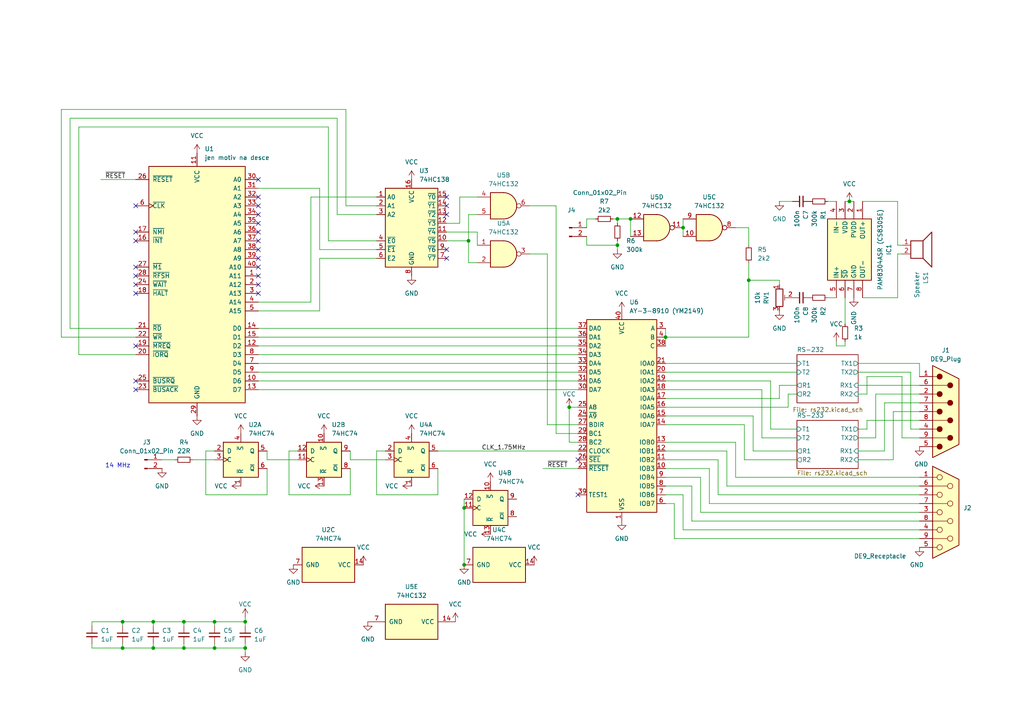
<source format=kicad_sch>
(kicad_sch (version 20230121) (generator eeschema)
  (paper "A4")
  (title_block (title "AYMBEDDED") (date "2024-01-04") (rev "001") (company "Jakub Ladman"))
  (lib_symbols
    (symbol "74xx:74HC00" (pin_names (offset 1.016))
      (property "Reference" "U" (at 0 1.27 0))
      (property "Value" "74HC00" (at 0 -1.27 0))
      (symbol "74HC00_1_1"
        (arc (start 0 -3.81) (mid 3.7934 0) (end 0 3.81) (stroke (width 0.254)) (fill (type background)))
        (polyline (pts (xy 0 3.81) (xy -3.81 3.81) (xy -3.81 -3.81) (xy 0 -3.81)) (stroke (width 0.254)) (fill (type background)))
        (pin input line (at -7.62 2.54 0) (length 3.81) (name "~") (number "1"))
        (pin input line (at -7.62 -2.54 0) (length 3.81) (name "~") (number "2"))
        (pin output inverted (at 7.62 0 180) (length 3.81) (name "~") (number "3"))
      )
      (symbol "74HC00_1_2"
        (arc (start -3.81 -3.81) (mid -2.589 0) (end -3.81 3.81) (stroke (width 0.254)))
        (arc (start -0.6096 -3.81) (mid 2.1842 -2.5851) (end 3.81 0) (stroke (width 0.254)) (fill (type background)))
        (polyline (pts (xy -3.81 -3.81) (xy -0.635 -3.81)) (stroke (width 0.254)) (fill (type background)))
        (polyline (pts (xy -3.81 3.81) (xy -0.635 3.81)) (stroke (width 0.254)) (fill (type background)))
        (polyline (pts (xy -0.635 3.81) (xy -3.81 3.81) (xy -3.81 3.81) (xy -3.556 3.4036) (xy -3.0226 2.2606) (xy -2.6924 1.0414) (xy -2.6162 -0.254) (xy -2.7686 -1.4986) (xy -3.175 -2.7178) (xy -3.81 -3.81) (xy -3.81 -3.81) (xy -0.635 -3.81)) (stroke (width -25.4)) (fill (type background)))
        (arc (start 3.81 0) (mid 2.1915 2.5936) (end -0.6096 3.81) (stroke (width 0.254)) (fill (type background)))
        (pin input inverted (at -7.62 2.54 0) (length 4.318) (name "~") (number "1"))
        (pin input inverted (at -7.62 -2.54 0) (length 4.318) (name "~") (number "2"))
        (pin output line (at 7.62 0 180) (length 3.81) (name "~") (number "3"))
      )
      (symbol "74HC00_2_1"
        (arc (start 0 -3.81) (mid 3.7934 0) (end 0 3.81) (stroke (width 0.254)) (fill (type background)))
        (polyline (pts (xy 0 3.81) (xy -3.81 3.81) (xy -3.81 -3.81) (xy 0 -3.81)) (stroke (width 0.254)) (fill (type background)))
        (pin input line (at -7.62 2.54 0) (length 3.81) (name "~") (number "4"))
        (pin input line (at -7.62 -2.54 0) (length 3.81) (name "~") (number "5"))
        (pin output inverted (at 7.62 0 180) (length 3.81) (name "~") (number "6"))
      )
      (symbol "74HC00_2_2"
        (arc (start -3.81 -3.81) (mid -2.589 0) (end -3.81 3.81) (stroke (width 0.254)))
        (arc (start -0.6096 -3.81) (mid 2.1842 -2.5851) (end 3.81 0) (stroke (width 0.254)) (fill (type background)))
        (polyline (pts (xy -3.81 -3.81) (xy -0.635 -3.81)) (stroke (width 0.254)) (fill (type background)))
        (polyline (pts (xy -3.81 3.81) (xy -0.635 3.81)) (stroke (width 0.254)) (fill (type background)))
        (polyline (pts (xy -0.635 3.81) (xy -3.81 3.81) (xy -3.81 3.81) (xy -3.556 3.4036) (xy -3.0226 2.2606) (xy -2.6924 1.0414) (xy -2.6162 -0.254) (xy -2.7686 -1.4986) (xy -3.175 -2.7178) (xy -3.81 -3.81) (xy -3.81 -3.81) (xy -0.635 -3.81)) (stroke (width -25.4)) (fill (type background)))
        (arc (start 3.81 0) (mid 2.1915 2.5936) (end -0.6096 3.81) (stroke (width 0.254)) (fill (type background)))
        (pin input inverted (at -7.62 2.54 0) (length 4.318) (name "~") (number "4"))
        (pin input inverted (at -7.62 -2.54 0) (length 4.318) (name "~") (number "5"))
        (pin output line (at 7.62 0 180) (length 3.81) (name "~") (number "6"))
      )
      (symbol "74HC00_3_1"
        (arc (start 0 -3.81) (mid 3.7934 0) (end 0 3.81) (stroke (width 0.254)) (fill (type background)))
        (polyline (pts (xy 0 3.81) (xy -3.81 3.81) (xy -3.81 -3.81) (xy 0 -3.81)) (stroke (width 0.254)) (fill (type background)))
        (pin input line (at -7.62 -2.54 0) (length 3.81) (name "~") (number "10"))
        (pin output inverted (at 7.62 0 180) (length 3.81) (name "~") (number "8"))
        (pin input line (at -7.62 2.54 0) (length 3.81) (name "~") (number "9"))
      )
      (symbol "74HC00_3_2"
        (arc (start -3.81 -3.81) (mid -2.589 0) (end -3.81 3.81) (stroke (width 0.254)))
        (arc (start -0.6096 -3.81) (mid 2.1842 -2.5851) (end 3.81 0) (stroke (width 0.254)) (fill (type background)))
        (polyline (pts (xy -3.81 -3.81) (xy -0.635 -3.81)) (stroke (width 0.254)) (fill (type background)))
        (polyline (pts (xy -3.81 3.81) (xy -0.635 3.81)) (stroke (width 0.254)) (fill (type background)))
        (polyline (pts (xy -0.635 3.81) (xy -3.81 3.81) (xy -3.81 3.81) (xy -3.556 3.4036) (xy -3.0226 2.2606) (xy -2.6924 1.0414) (xy -2.6162 -0.254) (xy -2.7686 -1.4986) (xy -3.175 -2.7178) (xy -3.81 -3.81) (xy -3.81 -3.81) (xy -0.635 -3.81)) (stroke (width -25.4)) (fill (type background)))
        (arc (start 3.81 0) (mid 2.1915 2.5936) (end -0.6096 3.81) (stroke (width 0.254)) (fill (type background)))
        (pin input inverted (at -7.62 -2.54 0) (length 4.318) (name "~") (number "10"))
        (pin output line (at 7.62 0 180) (length 3.81) (name "~") (number "8"))
        (pin input inverted (at -7.62 2.54 0) (length 4.318) (name "~") (number "9"))
      )
      (symbol "74HC00_4_1"
        (arc (start 0 -3.81) (mid 3.7934 0) (end 0 3.81) (stroke (width 0.254)) (fill (type background)))
        (polyline (pts (xy 0 3.81) (xy -3.81 3.81) (xy -3.81 -3.81) (xy 0 -3.81)) (stroke (width 0.254)) (fill (type background)))
        (pin output inverted (at 7.62 0 180) (length 3.81) (name "~") (number "11"))
        (pin input line (at -7.62 2.54 0) (length 3.81) (name "~") (number "12"))
        (pin input line (at -7.62 -2.54 0) (length 3.81) (name "~") (number "13"))
      )
      (symbol "74HC00_4_2"
        (arc (start -3.81 -3.81) (mid -2.589 0) (end -3.81 3.81) (stroke (width 0.254)))
        (arc (start -0.6096 -3.81) (mid 2.1842 -2.5851) (end 3.81 0) (stroke (width 0.254)) (fill (type background)))
        (polyline (pts (xy -3.81 -3.81) (xy -0.635 -3.81)) (stroke (width 0.254)) (fill (type background)))
        (polyline (pts (xy -3.81 3.81) (xy -0.635 3.81)) (stroke (width 0.254)) (fill (type background)))
        (polyline (pts (xy -0.635 3.81) (xy -3.81 3.81) (xy -3.81 3.81) (xy -3.556 3.4036) (xy -3.0226 2.2606) (xy -2.6924 1.0414) (xy -2.6162 -0.254) (xy -2.7686 -1.4986) (xy -3.175 -2.7178) (xy -3.81 -3.81) (xy -3.81 -3.81) (xy -0.635 -3.81)) (stroke (width -25.4)) (fill (type background)))
        (arc (start 3.81 0) (mid 2.1915 2.5936) (end -0.6096 3.81) (stroke (width 0.254)) (fill (type background)))
        (pin output line (at 7.62 0 180) (length 3.81) (name "~") (number "11"))
        (pin input inverted (at -7.62 2.54 0) (length 4.318) (name "~") (number "12"))
        (pin input inverted (at -7.62 -2.54 0) (length 4.318) (name "~") (number "13"))
      )
      (symbol "74HC00_5_0"
        (pin power_in line (at 0 12.7 270) (length 5.08) (name "VCC") (number "14"))
        (pin power_in line (at 0 -12.7 90) (length 5.08) (name "GND") (number "7"))
      )
      (symbol "74HC00_5_1"
        (rectangle (start -5.08 7.62) (end 5.08 -7.62) (stroke (width 0.254)) (fill (type background)))
      )
    )
    (symbol "74xx:74HC138"
      (property "Reference" "U" (at -7.62 13.97 0))
      (property "Value" "74HC138" (at 2.54 -11.43 0))
      (symbol "74HC138_0_1"
        (rectangle (start -7.62 12.7) (end 7.62 -10.16) (stroke (width 0.254)) (fill (type background)))
      )
      (symbol "74HC138_1_1"
        (pin input line (at -10.16 10.16 0) (length 2.54) (name "A0") (number "1"))
        (pin output line (at 10.16 -2.54 180) (length 2.54) (name "~{Y5}") (number "10"))
        (pin output line (at 10.16 0 180) (length 2.54) (name "~{Y4}") (number "11"))
        (pin output line (at 10.16 2.54 180) (length 2.54) (name "~{Y3}") (number "12"))
        (pin output line (at 10.16 5.08 180) (length 2.54) (name "~{Y2}") (number "13"))
        (pin output line (at 10.16 7.62 180) (length 2.54) (name "~{Y1}") (number "14"))
        (pin output line (at 10.16 10.16 180) (length 2.54) (name "~{Y0}") (number "15"))
        (pin power_in line (at 0 15.24 270) (length 2.54) (name "VCC") (number "16"))
        (pin input line (at -10.16 7.62 0) (length 2.54) (name "A1") (number "2"))
        (pin input line (at -10.16 5.08 0) (length 2.54) (name "A2") (number "3"))
        (pin input line (at -10.16 -2.54 0) (length 2.54) (name "~{E0}") (number "4"))
        (pin input line (at -10.16 -5.08 0) (length 2.54) (name "~{E1}") (number "5"))
        (pin input line (at -10.16 -7.62 0) (length 2.54) (name "E2") (number "6"))
        (pin output line (at 10.16 -7.62 180) (length 2.54) (name "~{Y7}") (number "7"))
        (pin power_in line (at 0 -12.7 90) (length 2.54) (name "GND") (number "8"))
        (pin output line (at 10.16 -5.08 180) (length 2.54) (name "~{Y6}") (number "9"))
      )
    )
    (symbol "74xx:74HC74" (pin_names (offset 1.016))
      (property "Reference" "U" (at -7.62 8.89 0))
      (property "Value" "74HC74" (at -7.62 -8.89 0))
      (symbol "74HC74_1_0"
        (pin input line (at 0 -7.62 90) (length 2.54) (name "~{R}") (number "1"))
        (pin input line (at -7.62 2.54 0) (length 2.54) (name "D") (number "2"))
        (pin input clock (at -7.62 0 0) (length 2.54) (name "C") (number "3"))
        (pin input line (at 0 7.62 270) (length 2.54) (name "~{S}") (number "4"))
        (pin output line (at 7.62 2.54 180) (length 2.54) (name "Q") (number "5"))
        (pin output line (at 7.62 -2.54 180) (length 2.54) (name "~{Q}") (number "6"))
      )
      (symbol "74HC74_1_1"
        (rectangle (start -5.08 5.08) (end 5.08 -5.08) (stroke (width 0.254)) (fill (type background)))
      )
      (symbol "74HC74_2_0"
        (pin input line (at 0 7.62 270) (length 2.54) (name "~{S}") (number "10"))
        (pin input clock (at -7.62 0 0) (length 2.54) (name "C") (number "11"))
        (pin input line (at -7.62 2.54 0) (length 2.54) (name "D") (number "12"))
        (pin input line (at 0 -7.62 90) (length 2.54) (name "~{R}") (number "13"))
        (pin output line (at 7.62 -2.54 180) (length 2.54) (name "~{Q}") (number "8"))
        (pin output line (at 7.62 2.54 180) (length 2.54) (name "Q") (number "9"))
      )
      (symbol "74HC74_2_1"
        (rectangle (start -5.08 5.08) (end 5.08 -5.08) (stroke (width 0.254)) (fill (type background)))
      )
      (symbol "74HC74_3_0"
        (pin power_in line (at 0 10.16 270) (length 2.54) (name "VCC") (number "14"))
        (pin power_in line (at 0 -10.16 90) (length 2.54) (name "GND") (number "7"))
      )
      (symbol "74HC74_3_1"
        (rectangle (start -5.08 7.62) (end 5.08 -7.62) (stroke (width 0.254)) (fill (type background)))
      )
    )
    (symbol "Audio:YM2149"
      (property "Reference" "U" (at -10.16 29.21 0))
      (property "Value" "YM2149" (at 3.81 29.21 0))
      (symbol "YM2149_0_1"
        (rectangle (start -10.16 27.94) (end 10.16 -27.94) (stroke (width 0.254)) (fill (type background)))
      )
      (symbol "YM2149_1_1"
        (pin power_in line (at 0 -30.48 90) (length 2.54) (name "VSS") (number "1"))
        (pin bidirectional line (at 12.7 -15.24 180) (length 2.54) (name "IOB3") (number "10"))
        (pin bidirectional line (at 12.7 -12.7 180) (length 2.54) (name "IOB2") (number "11"))
        (pin bidirectional line (at 12.7 -10.16 180) (length 2.54) (name "IOB1") (number "12"))
        (pin bidirectional line (at 12.7 -7.62 180) (length 2.54) (name "IOB0") (number "13"))
        (pin bidirectional line (at 12.7 -2.54 180) (length 2.54) (name "IOA7") (number "14"))
        (pin bidirectional line (at 12.7 0 180) (length 2.54) (name "IOA6") (number "15"))
        (pin bidirectional line (at 12.7 2.54 180) (length 2.54) (name "IOA5") (number "16"))
        (pin bidirectional line (at 12.7 5.08 180) (length 2.54) (name "IOA4") (number "17"))
        (pin bidirectional line (at 12.7 7.62 180) (length 2.54) (name "IOA3") (number "18"))
        (pin bidirectional line (at 12.7 10.16 180) (length 2.54) (name "IOA2") (number "19"))
        (pin no_connect line (at -10.16 -17.78 0) (length 2.54) hide (name "NC") (number "2"))
        (pin bidirectional line (at 12.7 12.7 180) (length 2.54) (name "IOA1") (number "20"))
        (pin bidirectional line (at 12.7 15.24 180) (length 2.54) (name "IOA0") (number "21"))
        (pin input line (at -12.7 -10.16 0) (length 2.54) (name "CLOCK") (number "22"))
        (pin input line (at -12.7 -15.24 0) (length 2.54) (name "~{RESET}") (number "23"))
        (pin input line (at -12.7 0 0) (length 2.54) (name "~{A9}") (number "24"))
        (pin input line (at -12.7 2.54 0) (length 2.54) (name "A8") (number "25"))
        (pin input line (at -12.7 -12.7 0) (length 2.54) (name "~{SEL}") (number "26"))
        (pin input line (at -12.7 -2.54 0) (length 2.54) (name "BDIR") (number "27"))
        (pin input line (at -12.7 -7.62 0) (length 2.54) (name "BC2") (number "28"))
        (pin input line (at -12.7 -5.08 0) (length 2.54) (name "BC1") (number "29"))
        (pin output line (at 12.7 25.4 180) (length 2.54) (name "A") (number "3"))
        (pin bidirectional line (at -12.7 7.62 0) (length 2.54) (name "DA7") (number "30"))
        (pin bidirectional line (at -12.7 10.16 0) (length 2.54) (name "DA6") (number "31"))
        (pin bidirectional line (at -12.7 12.7 0) (length 2.54) (name "DA5") (number "32"))
        (pin bidirectional line (at -12.7 15.24 0) (length 2.54) (name "DA4") (number "33"))
        (pin bidirectional line (at -12.7 17.78 0) (length 2.54) (name "DA3") (number "34"))
        (pin bidirectional line (at -12.7 20.32 0) (length 2.54) (name "DA2") (number "35"))
        (pin bidirectional line (at -12.7 22.86 0) (length 2.54) (name "DA1") (number "36"))
        (pin bidirectional line (at -12.7 25.4 0) (length 2.54) (name "DA0") (number "37"))
        (pin output line (at 12.7 20.32 180) (length 2.54) (name "C") (number "38"))
        (pin passive line (at -12.7 -22.86 0) (length 2.54) (name "TEST1") (number "39"))
        (pin output line (at 12.7 22.86 180) (length 2.54) (name "B") (number "4"))
        (pin power_in line (at 0 30.48 270) (length 2.54) (name "VCC") (number "40"))
        (pin no_connect line (at -10.16 -20.32 0) (length 2.54) hide (name "NC") (number "5"))
        (pin bidirectional line (at 12.7 -25.4 180) (length 2.54) (name "IOB7") (number "6"))
        (pin bidirectional line (at 12.7 -22.86 180) (length 2.54) (name "IOB6") (number "7"))
        (pin bidirectional line (at 12.7 -20.32 180) (length 2.54) (name "IOB5") (number "8"))
        (pin bidirectional line (at 12.7 -17.78 180) (length 2.54) (name "IOB4") (number "9"))
      )
    )
    (symbol "CPU:Z80CPU" (pin_names (offset 1.016))
      (property "Reference" "U" (at -13.97 35.56 0))
      (property "Value" "Z80CPU" (at 6.35 35.56 0))
      (symbol "Z80CPU_0_1"
        (rectangle (start -13.97 34.29) (end 13.97 -34.29) (stroke (width 0.254)) (fill (type background)))
      )
      (symbol "Z80CPU_1_1"
        (pin output line (at 17.78 2.54 180) (length 3.81) (name "A11") (number "1"))
        (pin bidirectional line (at 17.78 -27.94 180) (length 3.81) (name "D6") (number "10"))
        (pin power_in line (at 0 38.1 270) (length 3.81) (name "VCC") (number "11"))
        (pin bidirectional line (at 17.78 -17.78 180) (length 3.81) (name "D2") (number "12"))
        (pin bidirectional line (at 17.78 -30.48 180) (length 3.81) (name "D7") (number "13"))
        (pin bidirectional line (at 17.78 -12.7 180) (length 3.81) (name "D0") (number "14"))
        (pin bidirectional line (at 17.78 -15.24 180) (length 3.81) (name "D1") (number "15"))
        (pin input line (at -17.78 12.7 0) (length 3.81) (name "~{INT}") (number "16"))
        (pin input line (at -17.78 15.24 0) (length 3.81) (name "~{NMI}") (number "17"))
        (pin output line (at -17.78 -2.54 0) (length 3.81) (name "~{HALT}") (number "18"))
        (pin output line (at -17.78 -17.78 0) (length 3.81) (name "~{MREQ}") (number "19"))
        (pin output line (at 17.78 0 180) (length 3.81) (name "A12") (number "2"))
        (pin output line (at -17.78 -20.32 0) (length 3.81) (name "~{IORQ}") (number "20"))
        (pin output line (at -17.78 -12.7 0) (length 3.81) (name "~{RD}") (number "21"))
        (pin output line (at -17.78 -15.24 0) (length 3.81) (name "~{WR}") (number "22"))
        (pin output line (at -17.78 -30.48 0) (length 3.81) (name "~{BUSACK}") (number "23"))
        (pin input line (at -17.78 0 0) (length 3.81) (name "~{WAIT}") (number "24"))
        (pin input line (at -17.78 -27.94 0) (length 3.81) (name "~{BUSRQ}") (number "25"))
        (pin input line (at -17.78 30.48 0) (length 3.81) (name "~{RESET}") (number "26"))
        (pin output line (at -17.78 5.08 0) (length 3.81) (name "~{M1}") (number "27"))
        (pin output line (at -17.78 2.54 0) (length 3.81) (name "~{RFSH}") (number "28"))
        (pin power_in line (at 0 -38.1 90) (length 3.81) (name "GND") (number "29"))
        (pin output line (at 17.78 -2.54 180) (length 3.81) (name "A13") (number "3"))
        (pin output line (at 17.78 30.48 180) (length 3.81) (name "A0") (number "30"))
        (pin output line (at 17.78 27.94 180) (length 3.81) (name "A1") (number "31"))
        (pin output line (at 17.78 25.4 180) (length 3.81) (name "A2") (number "32"))
        (pin output line (at 17.78 22.86 180) (length 3.81) (name "A3") (number "33"))
        (pin output line (at 17.78 20.32 180) (length 3.81) (name "A4") (number "34"))
        (pin output line (at 17.78 17.78 180) (length 3.81) (name "A5") (number "35"))
        (pin output line (at 17.78 15.24 180) (length 3.81) (name "A6") (number "36"))
        (pin output line (at 17.78 12.7 180) (length 3.81) (name "A7") (number "37"))
        (pin output line (at 17.78 10.16 180) (length 3.81) (name "A8") (number "38"))
        (pin output line (at 17.78 7.62 180) (length 3.81) (name "A9") (number "39"))
        (pin output line (at 17.78 -5.08 180) (length 3.81) (name "A14") (number "4"))
        (pin output line (at 17.78 5.08 180) (length 3.81) (name "A10") (number "40"))
        (pin output line (at 17.78 -7.62 180) (length 3.81) (name "A15") (number "5"))
        (pin input clock (at -17.78 22.86 0) (length 3.81) (name "~{CLK}") (number "6"))
        (pin bidirectional line (at 17.78 -22.86 180) (length 3.81) (name "D4") (number "7"))
        (pin bidirectional line (at 17.78 -20.32 180) (length 3.81) (name "D3") (number "8"))
        (pin bidirectional line (at 17.78 -25.4 180) (length 3.81) (name "D5") (number "9"))
      )
    )
    (symbol "Connector:Conn_01x02_Pin" (pin_names (offset 1.016) hide)
      (property "Reference" "J" (at 0 2.54 0))
      (property "Value" "Conn_01x02_Pin" (at 0 -5.08 0))
      (symbol "Conn_01x02_Pin_1_1"
        (polyline (pts (xy 1.27 -2.54) (xy 0.8636 -2.54)) (stroke (width 0.1524)))
        (polyline (pts (xy 1.27 0) (xy 0.8636 0)) (stroke (width 0.1524)))
        (rectangle (start 0.8636 -2.413) (end 0 -2.667) (stroke (width 0.1524)) (fill (type outline)))
        (rectangle (start 0.8636 0.127) (end 0 -0.127) (stroke (width 0.1524)) (fill (type outline)))
        (pin passive line (at 5.08 0 180) (length 3.81) (name "Pin_1") (number "1"))
        (pin passive line (at 5.08 -2.54 180) (length 3.81) (name "Pin_2") (number "2"))
      )
    )
    (symbol "Connector:DE9_Plug" (pin_names (offset 1.016) hide)
      (property "Reference" "J" (at 0 13.97 0))
      (property "Value" "DE9_Plug" (at 0 -14.605 0))
      (symbol "DE9_Plug_0_1"
        (circle (center -1.778 -10.16) (radius 0.762) (fill (type outline)))
        (circle (center -1.778 -5.08) (radius 0.762) (fill (type outline)))
        (circle (center -1.778 0) (radius 0.762) (fill (type outline)))
        (circle (center -1.778 5.08) (radius 0.762) (fill (type outline)))
        (circle (center -1.778 10.16) (radius 0.762) (fill (type outline)))
        (polyline (pts (xy -3.81 -10.16) (xy -2.54 -10.16)))
        (polyline (pts (xy -3.81 -7.62) (xy 0.508 -7.62)))
        (polyline (pts (xy -3.81 -5.08) (xy -2.54 -5.08)))
        (polyline (pts (xy -3.81 -2.54) (xy 0.508 -2.54)))
        (polyline (pts (xy -3.81 0) (xy -2.54 0)))
        (polyline (pts (xy -3.81 2.54) (xy 0.508 2.54)))
        (polyline (pts (xy -3.81 5.08) (xy -2.54 5.08)))
        (polyline (pts (xy -3.81 7.62) (xy 0.508 7.62)))
        (polyline (pts (xy -3.81 10.16) (xy -2.54 10.16)))
        (polyline (pts (xy -3.81 -13.335) (xy -3.81 13.335) (xy 3.81 9.525) (xy 3.81 -9.525) (xy -3.81 -13.335)) (stroke (width 0.254)) (fill (type background)))
        (circle (center 1.27 -7.62) (radius 0.762) (fill (type outline)))
        (circle (center 1.27 -2.54) (radius 0.762) (fill (type outline)))
        (circle (center 1.27 2.54) (radius 0.762) (fill (type outline)))
        (circle (center 1.27 7.62) (radius 0.762) (fill (type outline)))
      )
      (symbol "DE9_Plug_1_1"
        (pin passive line (at -7.62 -10.16 0) (length 3.81) (name "1") (number "1"))
        (pin passive line (at -7.62 -5.08 0) (length 3.81) (name "2") (number "2"))
        (pin passive line (at -7.62 0 0) (length 3.81) (name "3") (number "3"))
        (pin passive line (at -7.62 5.08 0) (length 3.81) (name "4") (number "4"))
        (pin passive line (at -7.62 10.16 0) (length 3.81) (name "5") (number "5"))
        (pin passive line (at -7.62 -7.62 0) (length 3.81) (name "6") (number "6"))
        (pin passive line (at -7.62 -2.54 0) (length 3.81) (name "7") (number "7"))
        (pin passive line (at -7.62 2.54 0) (length 3.81) (name "8") (number "8"))
        (pin passive line (at -7.62 7.62 0) (length 3.81) (name "9") (number "9"))
      )
    )
    (symbol "Connector:DE9_Receptacle" (pin_names (offset 1.016) hide)
      (property "Reference" "J" (at 0 13.97 0))
      (property "Value" "DE9_Receptacle" (at 0 -14.605 0))
      (symbol "DE9_Receptacle_0_1"
        (circle (center -1.778 -10.16) (radius 0.762))
        (circle (center -1.778 -5.08) (radius 0.762))
        (circle (center -1.778 0) (radius 0.762))
        (circle (center -1.778 5.08) (radius 0.762))
        (circle (center -1.778 10.16) (radius 0.762))
        (polyline (pts (xy -3.81 -10.16) (xy -2.54 -10.16)))
        (polyline (pts (xy -3.81 -7.62) (xy 0.508 -7.62)))
        (polyline (pts (xy -3.81 -5.08) (xy -2.54 -5.08)))
        (polyline (pts (xy -3.81 -2.54) (xy 0.508 -2.54)))
        (polyline (pts (xy -3.81 0) (xy -2.54 0)))
        (polyline (pts (xy -3.81 2.54) (xy 0.508 2.54)))
        (polyline (pts (xy -3.81 5.08) (xy -2.54 5.08)))
        (polyline (pts (xy -3.81 7.62) (xy 0.508 7.62)))
        (polyline (pts (xy -3.81 10.16) (xy -2.54 10.16)))
        (polyline (pts (xy -3.81 13.335) (xy -3.81 -13.335) (xy 3.81 -9.525) (xy 3.81 9.525) (xy -3.81 13.335)) (stroke (width 0.254)) (fill (type background)))
        (circle (center 1.27 -7.62) (radius 0.762))
        (circle (center 1.27 -2.54) (radius 0.762))
        (circle (center 1.27 2.54) (radius 0.762))
        (circle (center 1.27 7.62) (radius 0.762))
      )
      (symbol "DE9_Receptacle_1_1"
        (pin passive line (at -7.62 10.16 0) (length 3.81) (name "1") (number "1"))
        (pin passive line (at -7.62 5.08 0) (length 3.81) (name "2") (number "2"))
        (pin passive line (at -7.62 0 0) (length 3.81) (name "3") (number "3"))
        (pin passive line (at -7.62 -5.08 0) (length 3.81) (name "4") (number "4"))
        (pin passive line (at -7.62 -10.16 0) (length 3.81) (name "5") (number "5"))
        (pin passive line (at -7.62 7.62 0) (length 3.81) (name "6") (number "6"))
        (pin passive line (at -7.62 2.54 0) (length 3.81) (name "7") (number "7"))
        (pin passive line (at -7.62 -2.54 0) (length 3.81) (name "8") (number "8"))
        (pin passive line (at -7.62 -7.62 0) (length 3.81) (name "9") (number "9"))
      )
    )
    (symbol "Device:C_Small" (pin_numbers hide) (pin_names (offset 0.254) hide)
      (property "Reference" "C" (at 0.254 1.778 0))
      (property "Value" "C_Small" (at 0.254 -2.032 0))
      (symbol "C_Small_0_1"
        (polyline (pts (xy -1.524 -0.508) (xy 1.524 -0.508)) (stroke (width 0.3302)))
        (polyline (pts (xy -1.524 0.508) (xy 1.524 0.508)) (stroke (width 0.3048)))
      )
      (symbol "C_Small_1_1"
        (pin passive line (at 0 2.54 270) (length 2.032) (name "~") (number "1"))
        (pin passive line (at 0 -2.54 90) (length 2.032) (name "~") (number "2"))
      )
    )
    (symbol "Device:R_Potentiometer_Trim" (pin_names (offset 1.016) hide)
      (property "Reference" "RV" (at -4.445 0 90))
      (property "Value" "R_Potentiometer_Trim" (at -2.54 0 90))
      (symbol "R_Potentiometer_Trim_0_1"
        (polyline (pts (xy 1.524 0.762) (xy 1.524 -0.762)))
        (polyline (pts (xy 2.54 0) (xy 1.524 0)))
        (rectangle (start 1.016 2.54) (end -1.016 -2.54) (stroke (width 0.254)))
      )
      (symbol "R_Potentiometer_Trim_1_1"
        (pin passive line (at 0 3.81 270) (length 1.27) (name "1") (number "1"))
        (pin passive line (at 3.81 0 180) (length 1.27) (name "2") (number "2"))
        (pin passive line (at 0 -3.81 90) (length 1.27) (name "3") (number "3"))
      )
    )
    (symbol "Device:R_Small" (pin_numbers hide) (pin_names (offset 0.254) hide)
      (property "Reference" "R" (at 0.762 0.508 0))
      (property "Value" "R_Small" (at 0.762 -1.016 0))
      (symbol "R_Small_0_1"
        (rectangle (start -0.762 1.778) (end 0.762 -1.778) (stroke (width 0.2032)))
      )
      (symbol "R_Small_1_1"
        (pin passive line (at 0 2.54 270) (length 0.762) (name "~") (number "1"))
        (pin passive line (at 0 -2.54 90) (length 0.762) (name "~") (number "2"))
      )
    )
    (symbol "Device:Speaker" (pin_names (offset 0) hide)
      (property "Reference" "LS" (at 1.27 5.715 0))
      (property "Value" "Speaker" (at 1.27 3.81 0))
      (symbol "Speaker_0_0"
        (rectangle (start -2.54 1.27) (end 1.016 -3.81) (stroke (width 0.254)))
        (polyline (pts (xy 1.016 1.27) (xy 3.556 3.81) (xy 3.556 -6.35) (xy 1.016 -3.81)) (stroke (width 0.254)))
      )
      (symbol "Speaker_1_1"
        (pin input line (at -5.08 0 0) (length 2.54) (name "1") (number "1"))
        (pin input line (at -5.08 -2.54 0) (length 2.54) (name "2") (number "2"))
      )
    )
    (symbol "PAM8304ASR:PAM8304ASR"
      (property "Reference" "IC" (at 24.13 7.62 0))
      (property "Value" "PAM8304ASR" (at 24.13 5.08 0))
      (symbol "PAM8304ASR_1_1"
        (rectangle (start 5.08 2.54) (end 22.86 -10.16) (stroke (width 0.254)) (fill (type background)))
        (pin passive line (at 0 0 0) (length 5.08) (name "OUT+") (number "1"))
        (pin passive line (at 0 -2.54 0) (length 5.08) (name "PVDD") (number "2"))
        (pin passive line (at 0 -5.08 0) (length 5.08) (name "VDD") (number "3"))
        (pin passive line (at 0 -7.62 0) (length 5.08) (name "IN-") (number "4"))
        (pin passive line (at 27.94 -7.62 180) (length 5.08) (name "IN+") (number "5"))
        (pin passive line (at 27.94 -5.08 180) (length 5.08) (name "~{SD}") (number "6"))
        (pin passive line (at 27.94 -2.54 180) (length 5.08) (name "GND") (number "7"))
        (pin passive line (at 27.94 0 180) (length 5.08) (name "OUT-") (number "8"))
      )
    )
    (symbol "power:GND" (power) (pin_names (offset 0))
      (property "Value" "GND" (at 0 -3.81 0))
      (symbol "GND_0_1"
        (polyline (pts (xy 0 0) (xy 0 -1.27) (xy 1.27 -1.27) (xy 0 -2.54) (xy -1.27 -1.27) (xy 0 -1.27)))
      )
      (symbol "GND_1_1"
        (pin power_in line (at 0 0 270) (length 0) hide (name "GND") (number "1"))
      )
    )
    (symbol "power:VCC" (power) (pin_names (offset 0))
      (property "Value" "VCC" (at 0 3.81 0))
      (symbol "VCC_0_1"
        (polyline (pts (xy -0.762 1.27) (xy 0 2.54)))
        (polyline (pts (xy 0 0) (xy 0 2.54)))
        (polyline (pts (xy 0 2.54) (xy 0.762 1.27)))
      )
      (symbol "VCC_1_1"
        (pin power_in line (at 0 0 90) (length 0) hide (name "VCC") (number "1"))
      )
    )
  )
  (junction (at 198.12 66.04))
  (junction (at 53.34 180.34))
  (junction (at 246.38 58.42))
  (junction (at 53.34 187.96))
  (junction (at 134.62 147.32))
  (junction (at 62.23 180.34))
  (junction (at 44.45 187.96))
  (junction (at 179.07 71.12))
  (junction (at 35.56 180.34))
  (junction (at 62.23 187.96))
  (junction (at 179.07 63.5))
  (junction (at 182.88 63.5))
  (junction (at 71.12 180.34))
  (junction (at 135.89 69.85))
  (junction (at 35.56 187.96))
  (junction (at 71.12 187.96))
  (junction (at 134.62 163.83))
  (junction (at 217.17 81.28))
  (junction (at 193.04 97.79))
  (junction (at 44.45 180.34))
  (junction (at 165.1 118.11))
  (no_connect (at 74.93 52.07))
  (no_connect (at 74.93 59.69))
  (no_connect (at 74.93 85.09))
  (no_connect (at 39.37 82.55))
  (no_connect (at 74.93 72.39))
  (no_connect (at 129.54 72.39))
  (no_connect (at 74.93 80.01))
  (no_connect (at 74.93 77.47))
  (no_connect (at 129.54 59.69))
  (no_connect (at 129.54 57.15))
  (no_connect (at 39.37 85.09))
  (no_connect (at 39.37 100.33))
  (no_connect (at 74.93 82.55))
  (no_connect (at 74.93 67.31))
  (no_connect (at 39.37 113.03))
  (no_connect (at 39.37 69.85))
  (no_connect (at 74.93 69.85))
  (no_connect (at 129.54 62.23))
  (no_connect (at 39.37 80.01))
  (no_connect (at 167.64 133.35))
  (no_connect (at 74.93 64.77))
  (no_connect (at 167.64 143.51))
  (no_connect (at 39.37 67.31))
  (no_connect (at 39.37 110.49))
  (no_connect (at 39.37 59.69))
  (no_connect (at 74.93 57.15))
  (no_connect (at 129.54 74.93))
  (no_connect (at 74.93 74.93))
  (no_connect (at 74.93 62.23))
  (no_connect (at 39.37 77.47))
  (wire (pts (xy 261.62 73.66) (xy 260.35 73.66)))
  (wire (pts (xy 266.7 124.46) (xy 264.16 124.46)))
  (wire (pts (xy 217.17 97.79) (xy 193.04 97.79)))
  (wire (pts (xy 133.35 57.15) (xy 133.35 64.77)))
  (wire (pts (xy 198.12 66.04) (xy 198.12 68.58)))
  (wire (pts (xy 195.58 146.05) (xy 193.04 146.05)))
  (wire (pts (xy 179.07 63.5) (xy 179.07 64.77)))
  (wire (pts (xy 77.47 130.81) (xy 77.47 133.35)))
  (wire (pts (xy 86.36 133.35) (xy 77.47 133.35)))
  (wire (pts (xy 215.9 133.35) (xy 215.9 123.19)))
  (wire (pts (xy 266.7 109.22) (xy 266.7 105.41)))
  (wire (pts (xy 138.43 71.12) (xy 138.43 67.31)))
  (wire (pts (xy 231.14 114.3) (xy 228.6 114.3)))
  (wire (pts (xy 167.64 128.27) (xy 165.1 128.27)))
  (wire (pts (xy 203.2 148.59) (xy 203.2 138.43)))
  (wire (pts (xy 266.7 148.59) (xy 203.2 148.59)))
  (wire (pts (xy 248.92 111.76) (xy 266.7 111.76)))
  (wire (pts (xy 217.17 81.28) (xy 226.06 81.28)))
  (wire (pts (xy 127 135.89) (xy 127 143.51)))
  (wire (pts (xy 100.33 31.75) (xy 17.78 31.75)))
  (wire (pts (xy 92.71 74.93) (xy 92.71 90.17)))
  (wire (pts (xy 17.78 97.79) (xy 39.37 97.79)))
  (wire (pts (xy 264.16 107.95) (xy 248.92 107.95)))
  (wire (pts (xy 83.82 143.51) (xy 83.82 130.81)))
  (wire (pts (xy 260.35 73.66) (xy 260.35 86.36)))
  (wire (pts (xy 74.93 100.33) (xy 167.64 100.33)))
  (wire (pts (xy 53.34 180.34) (xy 53.34 181.61)))
  (wire (pts (xy 22.86 36.83) (xy 95.25 36.83)))
  (wire (pts (xy 97.79 62.23) (xy 97.79 34.29)))
  (wire (pts (xy 77.47 143.51) (xy 59.69 143.51)))
  (wire (pts (xy 59.69 130.81) (xy 62.23 130.81)))
  (wire (pts (xy 74.93 110.49) (xy 167.64 110.49)))
  (wire (pts (xy 260.35 58.42) (xy 250.19 58.42)))
  (wire (pts (xy 95.25 69.85) (xy 109.22 69.85)))
  (wire (pts (xy 198.12 143.51) (xy 193.04 143.51)))
  (wire (pts (xy 260.35 71.12) (xy 260.35 58.42)))
  (wire (pts (xy 179.07 71.12) (xy 179.07 69.85)))
  (wire (pts (xy 22.86 102.87) (xy 22.86 36.83)))
  (wire (pts (xy 77.47 135.89) (xy 77.47 143.51)))
  (wire (pts (xy 193.04 105.41) (xy 231.14 105.41)))
  (wire (pts (xy 266.7 151.13) (xy 200.66 151.13)))
  (wire (pts (xy 210.82 130.81) (xy 193.04 130.81)))
  (wire (pts (xy 92.71 54.61) (xy 74.93 54.61)))
  (wire (pts (xy 74.93 105.41) (xy 167.64 105.41)))
  (wire (pts (xy 92.71 72.39) (xy 92.71 54.61)))
  (wire (pts (xy 109.22 130.81) (xy 111.76 130.81)))
  (wire (pts (xy 245.11 58.42) (xy 246.38 58.42)))
  (wire (pts (xy 266.7 140.97) (xy 210.82 140.97)))
  (wire (pts (xy 138.43 76.2) (xy 135.89 76.2)))
  (wire (pts (xy 138.43 62.23) (xy 135.89 62.23)))
  (wire (pts (xy 208.28 133.35) (xy 193.04 133.35)))
  (wire (pts (xy 62.23 187.96) (xy 62.23 186.69)))
  (wire (pts (xy 90.17 87.63) (xy 90.17 57.15)))
  (wire (pts (xy 157.48 135.89) (xy 167.64 135.89)))
  (wire (pts (xy 26.67 187.96) (xy 35.56 187.96)))
  (wire (pts (xy 254 127) (xy 254 114.3)))
  (wire (pts (xy 264.16 124.46) (xy 264.16 107.95)))
  (wire (pts (xy 62.23 180.34) (xy 62.23 181.61)))
  (wire (pts (xy 198.12 63.5) (xy 198.12 66.04)))
  (wire (pts (xy 135.89 62.23) (xy 135.89 69.85)))
  (wire (pts (xy 198.12 153.67) (xy 198.12 143.51)))
  (wire (pts (xy 26.67 180.34) (xy 35.56 180.34)))
  (wire (pts (xy 90.17 57.15) (xy 109.22 57.15)))
  (wire (pts (xy 53.34 180.34) (xy 62.23 180.34)))
  (wire (pts (xy 231.14 124.46) (xy 223.52 124.46)))
  (wire (pts (xy 129.54 69.85) (xy 135.89 69.85)))
  (wire (pts (xy 266.7 143.51) (xy 208.28 143.51)))
  (wire (pts (xy 158.75 123.19) (xy 158.75 73.66)))
  (wire (pts (xy 17.78 31.75) (xy 17.78 97.79)))
  (wire (pts (xy 95.25 36.83) (xy 95.25 69.85)))
  (wire (pts (xy 170.18 63.5) (xy 170.18 66.04)))
  (wire (pts (xy 259.08 133.35) (xy 259.08 119.38)))
  (wire (pts (xy 179.07 63.5) (xy 182.88 63.5)))
  (wire (pts (xy 127 143.51) (xy 109.22 143.51)))
  (wire (pts (xy 134.62 147.32) (xy 134.62 163.83)))
  (wire (pts (xy 193.04 95.25) (xy 193.04 97.79)))
  (wire (pts (xy 100.33 59.69) (xy 100.33 31.75)))
  (wire (pts (xy 266.7 153.67) (xy 198.12 153.67)))
  (wire (pts (xy 101.6 135.89) (xy 101.6 143.51)))
  (wire (pts (xy 26.67 186.69) (xy 26.67 187.96)))
  (wire (pts (xy 167.64 125.73) (xy 161.29 125.73)))
  (wire (pts (xy 259.08 119.38) (xy 266.7 119.38)))
  (wire (pts (xy 109.22 59.69) (xy 100.33 59.69)))
  (wire (pts (xy 200.66 151.13) (xy 200.66 140.97)))
  (wire (pts (xy 44.45 180.34) (xy 53.34 180.34)))
  (wire (pts (xy 248.92 133.35) (xy 259.08 133.35)))
  (wire (pts (xy 223.52 110.49) (xy 193.04 110.49)))
  (wire (pts (xy 251.46 109.22) (xy 261.62 109.22)))
  (wire (pts (xy 167.64 123.19) (xy 158.75 123.19)))
  (wire (pts (xy 109.22 62.23) (xy 97.79 62.23)))
  (wire (pts (xy 35.56 180.34) (xy 44.45 180.34)))
  (wire (pts (xy 195.58 156.21) (xy 195.58 146.05)))
  (wire (pts (xy 74.93 107.95) (xy 167.64 107.95)))
  (wire (pts (xy 20.32 95.25) (xy 39.37 95.25)))
  (wire (pts (xy 217.17 76.2) (xy 217.17 81.28)))
  (wire (pts (xy 226.06 115.57) (xy 193.04 115.57)))
  (wire (pts (xy 138.43 67.31) (xy 129.54 67.31)))
  (wire (pts (xy 71.12 181.61) (xy 71.12 180.34)))
  (wire (pts (xy 256.54 130.81) (xy 256.54 116.84)))
  (wire (pts (xy 231.14 133.35) (xy 215.9 133.35)))
  (wire (pts (xy 62.23 187.96) (xy 71.12 187.96)))
  (wire (pts (xy 242.57 100.33) (xy 245.11 100.33)))
  (wire (pts (xy 193.04 107.95) (xy 231.14 107.95)))
  (wire (pts (xy 217.17 81.28) (xy 217.17 97.79)))
  (wire (pts (xy 44.45 180.34) (xy 44.45 181.61)))
  (wire (pts (xy 177.8 63.5) (xy 179.07 63.5)))
  (wire (pts (xy 170.18 68.58) (xy 170.18 71.12)))
  (wire (pts (xy 218.44 120.65) (xy 193.04 120.65)))
  (wire (pts (xy 135.89 76.2) (xy 135.89 69.85)))
  (wire (pts (xy 29.21 52.07) (xy 39.37 52.07)))
  (wire (pts (xy 215.9 123.19) (xy 193.04 123.19)))
  (wire (pts (xy 133.35 64.77) (xy 129.54 64.77)))
  (wire (pts (xy 251.46 114.3) (xy 251.46 109.22)))
  (wire (pts (xy 261.62 71.12) (xy 260.35 71.12)))
  (wire (pts (xy 266.7 156.21) (xy 195.58 156.21)))
  (wire (pts (xy 205.74 146.05) (xy 205.74 135.89)))
  (wire (pts (xy 44.45 187.96) (xy 53.34 187.96)))
  (wire (pts (xy 254 114.3) (xy 266.7 114.3)))
  (wire (pts (xy 245.11 99.06) (xy 245.11 100.33)))
  (wire (pts (xy 266.7 138.43) (xy 213.36 138.43)))
  (wire (pts (xy 223.52 124.46) (xy 223.52 110.49)))
  (wire (pts (xy 213.36 138.43) (xy 213.36 128.27)))
  (wire (pts (xy 35.56 186.69) (xy 35.56 187.96)))
  (wire (pts (xy 109.22 143.51) (xy 109.22 130.81)))
  (wire (pts (xy 35.56 187.96) (xy 44.45 187.96)))
  (wire (pts (xy 158.75 73.66) (xy 153.67 73.66)))
  (wire (pts (xy 210.82 140.97) (xy 210.82 130.81)))
  (wire (pts (xy 109.22 74.93) (xy 92.71 74.93)))
  (wire (pts (xy 59.69 143.51) (xy 59.69 130.81)))
  (wire (pts (xy 71.12 186.69) (xy 71.12 187.96)))
  (wire (pts (xy 74.93 102.87) (xy 167.64 102.87)))
  (wire (pts (xy 193.04 97.79) (xy 193.04 100.33)))
  (wire (pts (xy 261.62 127) (xy 266.7 127)))
  (wire (pts (xy 74.93 113.03) (xy 167.64 113.03)))
  (wire (pts (xy 260.35 86.36) (xy 250.19 86.36)))
  (wire (pts (xy 220.98 127) (xy 220.98 113.03)))
  (wire (pts (xy 20.32 34.29) (xy 20.32 95.25)))
  (wire (pts (xy 53.34 187.96) (xy 62.23 187.96)))
  (wire (pts (xy 74.93 87.63) (xy 90.17 87.63)))
  (wire (pts (xy 248.92 127) (xy 254 127)))
  (wire (pts (xy 35.56 180.34) (xy 35.56 181.61)))
  (wire (pts (xy 228.6 118.11) (xy 193.04 118.11)))
  (wire (pts (xy 39.37 102.87) (xy 22.86 102.87)))
  (wire (pts (xy 182.88 63.5) (xy 182.88 68.58)))
  (wire (pts (xy 248.92 130.81) (xy 256.54 130.81)))
  (wire (pts (xy 231.14 127) (xy 220.98 127)))
  (wire (pts (xy 245.11 86.36) (xy 245.11 93.98)))
  (wire (pts (xy 92.71 90.17) (xy 74.93 90.17)))
  (wire (pts (xy 170.18 71.12) (xy 179.07 71.12)))
  (wire (pts (xy 242.57 99.06) (xy 242.57 100.33)))
  (wire (pts (xy 208.28 143.51) (xy 208.28 133.35)))
  (wire (pts (xy 203.2 138.43) (xy 193.04 138.43)))
  (wire (pts (xy 231.14 130.81) (xy 218.44 130.81)))
  (wire (pts (xy 111.76 133.35) (xy 101.6 133.35)))
  (wire (pts (xy 71.12 179.07) (xy 71.12 180.34)))
  (wire (pts (xy 242.57 86.36) (xy 240.03 86.36)))
  (wire (pts (xy 246.38 58.42) (xy 247.65 58.42)))
  (wire (pts (xy 161.29 125.73) (xy 161.29 59.69)))
  (wire (pts (xy 97.79 34.29) (xy 20.32 34.29)))
  (wire (pts (xy 248.92 124.46) (xy 251.46 124.46)))
  (wire (pts (xy 26.67 181.61) (xy 26.67 180.34)))
  (wire (pts (xy 205.74 135.89) (xy 193.04 135.89)))
  (wire (pts (xy 242.57 58.42) (xy 240.03 58.42)))
  (wire (pts (xy 226.06 111.76) (xy 226.06 115.57)))
  (wire (pts (xy 101.6 133.35) (xy 101.6 130.81)))
  (wire (pts (xy 248.92 114.3) (xy 251.46 114.3)))
  (wire (pts (xy 109.22 72.39) (xy 92.71 72.39)))
  (wire (pts (xy 266.7 105.41) (xy 248.92 105.41)))
  (wire (pts (xy 228.6 114.3) (xy 228.6 118.11)))
  (wire (pts (xy 53.34 186.69) (xy 53.34 187.96)))
  (wire (pts (xy 231.14 111.76) (xy 226.06 111.76)))
  (wire (pts (xy 71.12 187.96) (xy 71.12 189.23)))
  (wire (pts (xy 165.1 118.11) (xy 167.64 118.11)))
  (wire (pts (xy 165.1 128.27) (xy 165.1 118.11)))
  (wire (pts (xy 261.62 109.22) (xy 261.62 127)))
  (wire (pts (xy 200.66 140.97) (xy 193.04 140.97)))
  (wire (pts (xy 226.06 58.42) (xy 229.87 58.42)))
  (wire (pts (xy 251.46 121.92) (xy 266.7 121.92)))
  (wire (pts (xy 83.82 130.81) (xy 86.36 130.81)))
  (wire (pts (xy 226.06 81.28) (xy 226.06 82.55)))
  (wire (pts (xy 266.7 146.05) (xy 205.74 146.05)))
  (wire (pts (xy 220.98 113.03) (xy 193.04 113.03)))
  (wire (pts (xy 217.17 71.12) (xy 217.17 66.04)))
  (wire (pts (xy 251.46 124.46) (xy 251.46 121.92)))
  (wire (pts (xy 256.54 116.84) (xy 266.7 116.84)))
  (wire (pts (xy 55.88 133.35) (xy 62.23 133.35)))
  (wire (pts (xy 62.23 180.34) (xy 71.12 180.34)))
  (wire (pts (xy 74.93 95.25) (xy 167.64 95.25)))
  (wire (pts (xy 127 130.81) (xy 167.64 130.81)))
  (wire (pts (xy 153.67 59.69) (xy 161.29 59.69)))
  (wire (pts (xy 179.07 72.39) (xy 179.07 71.12)))
  (wire (pts (xy 217.17 66.04) (xy 213.36 66.04)))
  (wire (pts (xy 134.62 144.78) (xy 134.62 147.32)))
  (wire (pts (xy 172.72 63.5) (xy 170.18 63.5)))
  (wire (pts (xy 74.93 97.79) (xy 167.64 97.79)))
  (wire (pts (xy 46.99 133.35) (xy 50.8 133.35)))
  (wire (pts (xy 101.6 143.51) (xy 83.82 143.51)))
  (wire (pts (xy 218.44 130.81) (xy 218.44 120.65)))
  (wire (pts (xy 213.36 128.27) (xy 193.04 128.27)))
  (wire (pts (xy 44.45 186.69) (xy 44.45 187.96)))
  (wire (pts (xy 138.43 57.15) (xy 133.35 57.15)))
  (text "14 MHz" (at 30.48 135.89 0) (effects (font (size 1.27 1.27)) (justify left bottom)))
  (label "~{RESET}" (at 30.48 52.07 0))
  (label "~{RESET}" (at 158.75 135.89 0))
  (label "CLK_1.75MHz" (at 139.7 130.81 0))
  (symbol (lib_id "power:VCC") (at 154.94 163.83 0) (unit 1)
    (property "Reference" "#PWR021" (effects hide))
    (property "Value" "VCC" (at 154.94 158.75 0))
  )
  (symbol (lib_id "power:VCC") (at 180.34 90.17 0) (unit 1)
    (property "Reference" "#PWR022" (effects hide))
    (property "Value" "VCC" (at 180.34 85.09 0))
  )
  (symbol (lib_id "power:GND") (at 247.65 86.36 0) (unit 1)
    (property "Reference" "#PWR028" (effects hide))
    (property "Value" "GND" (at 247.65 90.17 90) (effects (justify right)))
  )
  (symbol (lib_id "74xx:74HC74") (at 142.24 147.32 0) (unit 2)
    (property "Reference" "U4" (at 144.4341 137.16 0) (effects (justify left)))
    (property "Value" "74HC74" (at 144.4341 139.7 0) (effects (justify left)))
    (property "Footprint" "Package_SO:SO-14_3.9x8.65mm_P1.27mm" (effects hide))
    (property "Datasheet" "74xx/74hc_hct74.pdf" (effects hide))
  )
  (symbol (lib_id "power:VCC") (at 242.57 99.06 0) (unit 1)
    (property "Reference" "#PWR026" (effects hide))
    (property "Value" "VCC" (at 242.57 93.98 0))
  )
  (symbol (lib_id "CPU:Z80CPU") (at 57.15 82.55 0) (unit 1)
    (property "Reference" "U1" (at 59.3441 43.18 0) (effects (justify left)))
    (property "Value" "jen motiv na desce" (at 59.3441 45.72 0) (effects (justify left)))
    (property "Footprint" "Package_DIP:DIP-40_W15.24mm" (effects hide))
    (property "Datasheet" "www.zilog.com/manage_directlink.php?filepath=docs/z80/um0080" (effects hide))
  )
  (symbol (lib_id "power:GND") (at 180.34 151.13 0) (unit 1)
    (property "Reference" "#PWR023" (effects hide))
    (property "Value" "GND" (at 180.34 156.21 0))
  )
  (symbol (lib_id "power:GND") (at 71.12 189.23 0) (unit 1)
    (property "Reference" "#PWR06" (effects hide))
    (property "Value" "GND" (at 71.12 194.31 0))
  )
  (symbol (lib_id "Device:R_Small") (at 53.34 133.35 270) (unit 1)
    (property "Reference" "R4" (at 53.34 128.27 90))
    (property "Value" "22R" (at 53.34 130.81 90))
    (property "Footprint" "Resistor_SMD:R_0603_1608Metric" (effects hide))
  )
  (symbol (lib_id "power:GND") (at 266.7 129.54 0) (unit 1)
    (property "Reference" "#PWR029" (effects hide))
    (property "Value" "GND" (at 269.24 134.62 0) (effects (justify right)))
  )
  (symbol (lib_id "Connector:Conn_01x02_Pin") (at 41.91 133.35 0) (unit 1)
    (property "Reference" "J3" (at 42.545 128.27 0))
    (property "Value" "Conn_01x02_Pin" (at 42.545 130.81 0))
    (property "Footprint" "Connector_PinHeader_2.54mm:PinHeader_1x02_P2.54mm_Vertical" (effects hide))
  )
  (symbol (lib_id "power:VCC") (at 142.24 154.94 90) (unit 1)
    (property "Reference" "#PWR020" (effects hide))
    (property "Value" "VCC" (at 138.43 154.94 90) (effects (justify left)))
  )
  (symbol (lib_id "power:GND") (at 85.09 163.83 0) (unit 1)
    (property "Reference" "#PWR07" (effects hide))
    (property "Value" "GND" (at 85.09 168.91 0))
  )
  (symbol (lib_id "power:VCC") (at 93.98 125.73 0) (unit 1)
    (property "Reference" "#PWR08" (effects hide))
    (property "Value" "VCC" (at 93.98 120.65 0))
  )
  (symbol (lib_id "74xx:74HC138") (at 119.38 67.31 0) (unit 1)
    (property "Reference" "U3" (at 121.5741 49.53 0) (effects (justify left)))
    (property "Value" "74HC138" (at 121.5741 52.07 0) (effects (justify left)))
    (property "Footprint" "Package_SO:SO-16_3.9x9.9mm_P1.27mm" (effects hide))
    (property "Datasheet" "http://www.ti.com/lit/ds/symlink/cd74hc238.pdf" (effects hide))
  )
  (symbol (lib_id "Connector:Conn_01x02_Pin") (at 165.1 66.04 0) (unit 1)
    (property "Reference" "J4" (at 165.735 60.96 0))
    (property "Value" "Conn_01x02_Pin" (at 173.99 55.88 0))
    (property "Footprint" "Connector_PinHeader_2.54mm:PinHeader_1x02_P2.54mm_Vertical" (effects hide))
  )
  (symbol (lib_id "Device:C_Small") (at 53.34 184.15 0) (unit 1)
    (property "Reference" "C4" (at 55.88 182.8863 0) (effects (justify left)))
    (property "Value" "1uF" (at 55.88 185.4263 0) (effects (justify left)))
    (property "Footprint" "Capacitor_SMD:C_0603_1608Metric" (effects hide))
  )
  (symbol (lib_id "Device:R_Small") (at 179.07 67.31 180) (unit 1)
    (property "Reference" "R6" (at 181.61 69.85 0) (effects (justify right)))
    (property "Value" "300k" (at 181.61 72.39 0) (effects (justify right)))
    (property "Footprint" "Resistor_SMD:R_0603_1608Metric" (effects hide))
  )
  (symbol (lib_id "Device:C_Small") (at 44.45 184.15 0) (unit 1)
    (property "Reference" "C3" (at 46.99 182.8863 0) (effects (justify left)))
    (property "Value" "1uF" (at 46.99 185.4263 0) (effects (justify left)))
    (property "Footprint" "Capacitor_SMD:C_0603_1608Metric" (effects hide))
  )
  (symbol (lib_id "power:GND") (at 266.7 158.75 0) (unit 1)
    (property "Reference" "#PWR030" (effects hide))
    (property "Value" "GND" (at 267.97 163.83 0) (effects (justify right)))
  )
  (symbol (lib_id "power:VCC") (at 165.1 118.11 0) (unit 1)
    (property "Reference" "#PWR040" (effects hide))
    (property "Value" "VCC" (at 165.1 114.3 0))
  )
  (symbol (lib_id "Device:Speaker") (at 266.7 71.12 0) (unit 1)
    (property "Reference" "LS1" (at 268.478 78.74 90) (effects (justify right)))
    (property "Value" "Speaker" (at 265.938 78.74 90) (effects (justify right)))
    (property "Footprint" "Connector_PinHeader_2.54mm:PinHeader_1x02_P2.54mm_Vertical" (effects hide))
  )
  (symbol (lib_id "Device:R_Small") (at 237.49 86.36 90) (unit 1)
    (property "Reference" "R2" (at 238.76 88.9 0) (effects (justify right)))
    (property "Value" "300k" (at 236.22 88.9 0) (effects (justify right)))
    (property "Footprint" "Resistor_SMD:R_0603_1608Metric" (effects hide))
  )
  (symbol (lib_id "power:VCC") (at 105.41 163.83 0) (unit 1)
    (property "Reference" "#PWR010" (effects hide))
    (property "Value" "VCC" (at 105.41 158.75 0))
  )
  (symbol (lib_id "Audio:YM2149") (at 180.34 120.65 0) (unit 1)
    (property "Reference" "U6" (at 182.5341 87.63 0) (effects (justify left)))
    (property "Value" "AY-3-8910 (YM2149)" (at 182.5341 90.17 0) (effects (justify left)))
    (property "Footprint" "Package_DIP:DIP-40_W15.24mm" (effects hide))
    (property "Datasheet" "http://www.ym2149.com/ym2149.pdf" (effects hide))
  )
  (symbol (lib_id "Connector:DE9_Plug") (at 274.32 119.38 0) (mirror x) (unit 1)
    (property "Reference" "J1" (at 274.32 101.6 0))
    (property "Value" "DE9_Plug" (at 274.32 104.14 0))
    (property "Footprint" "Connector_Dsub:DSUB-9_Male_Horizontal_P2.77x2.54mm_EdgePinOffset9.40mm" (effects hide))
    (property "Datasheet" " ~" (effects hide))
  )
  (symbol (lib_id "74xx:74HC00") (at 146.05 73.66 0) (unit 1)
    (property "Reference" "U5" (at 146.0417 64.77 0))
    (property "Value" "74HC132" (at 146.0417 67.31 0))
    (property "Footprint" "Package_SO:SO-14_3.9x8.65mm_P1.27mm" (effects hide))
    (property "Datasheet" "http://www.ti.com/lit/gpn/sn74hc00" (effects hide))
  )
  (symbol (lib_id "Device:R_Small") (at 245.11 96.52 180) (unit 1)
    (property "Reference" "R3" (at 247.65 95.25 0) (effects (justify right)))
    (property "Value" "1k" (at 247.65 97.79 0) (effects (justify right)))
    (property "Footprint" "Resistor_SMD:R_0603_1608Metric" (effects hide))
  )
  (symbol (lib_id "power:GND") (at 57.15 120.65 0) (unit 1)
    (property "Reference" "#PWR02" (effects hide))
    (property "Value" "GND" (at 57.15 125.73 0))
  )
  (symbol (lib_id "74xx:74HC74") (at 119.38 133.35 0) (unit 1)
    (property "Reference" "U4" (at 121.5741 123.19 0) (effects (justify left)))
    (property "Value" "74HC74" (at 121.5741 125.73 0) (effects (justify left)))
    (property "Footprint" "Package_SO:SO-14_3.9x8.65mm_P1.27mm" (effects hide))
    (property "Datasheet" "74xx/74hc_hct74.pdf" (effects hide))
  )
  (symbol (lib_id "74xx:74HC74") (at 69.85 133.35 0) (unit 1)
    (property "Reference" "U2" (at 72.0441 123.19 0) (effects (justify left)))
    (property "Value" "74HC74" (at 72.0441 125.73 0) (effects (justify left)))
    (property "Footprint" "Package_SO:SO-14_3.9x8.65mm_P1.27mm" (effects hide))
    (property "Datasheet" "74xx/74hc_hct74.pdf" (effects hide))
  )
  (symbol (lib_id "74xx:74HC00") (at 190.5 66.04 0) (unit 4)
    (property "Reference" "U5" (at 190.4917 57.15 0))
    (property "Value" "74HC132" (at 190.4917 59.69 0))
    (property "Footprint" "Package_SO:SO-14_3.9x8.65mm_P1.27mm" (effects hide))
    (property "Datasheet" "http://www.ti.com/lit/gpn/sn74hc00" (effects hide))
  )
  (symbol (lib_id "power:GND") (at 46.99 135.89 0) (unit 1)
    (property "Reference" "#PWR039" (effects hide))
    (property "Value" "GND" (at 46.99 140.97 0))
  )
  (symbol (lib_id "power:VCC") (at 119.38 52.07 0) (unit 1)
    (property "Reference" "#PWR012" (effects hide))
    (property "Value" "VCC" (at 119.38 46.99 0))
  )
  (symbol (lib_id "power:GND") (at 106.68 180.34 0) (unit 1)
    (property "Reference" "#PWR011" (effects hide))
    (property "Value" "GND" (at 106.68 185.42 0))
  )
  (symbol (lib_id "power:VCC") (at 132.08 180.34 0) (unit 1)
    (property "Reference" "#PWR016" (effects hide))
    (property "Value" "VCC" (at 132.08 175.26 0))
  )
  (symbol (lib_id "74xx:74HC74") (at 95.25 163.83 270) (unit 3)
    (property "Reference" "U2" (at 95.25 153.67 90))
    (property "Value" "74HC74" (at 95.25 156.21 90))
    (property "Footprint" "Package_SO:SO-14_3.9x8.65mm_P1.27mm" (effects hide))
    (property "Datasheet" "74xx/74hc_hct74.pdf" (effects hide))
  )
  (symbol (lib_id "power:GND") (at 179.07 72.39 0) (unit 1)
    (property "Reference" "#PWR018" (effects hide))
    (property "Value" "GND" (at 179.07 77.47 0))
  )
  (symbol (lib_id "power:VCC") (at 69.85 125.73 0) (unit 1)
    (property "Reference" "#PWR03" (effects hide))
    (property "Value" "VCC" (at 69.85 120.65 0))
  )
  (symbol (lib_id "Device:R_Small") (at 175.26 63.5 270) (unit 1)
    (property "Reference" "R7" (at 175.26 58.42 90))
    (property "Value" "2k2" (at 175.26 60.96 90))
    (property "Footprint" "Resistor_SMD:R_0603_1608Metric" (effects hide))
  )
  (symbol (lib_id "power:GND") (at 119.38 80.01 0) (unit 1)
    (property "Reference" "#PWR013" (effects hide))
    (property "Value" "GND" (at 119.38 85.09 0))
  )
  (symbol (lib_id "power:VCC") (at 119.38 140.97 90) (unit 1)
    (property "Reference" "#PWR015" (effects hide))
    (property "Value" "VCC" (at 115.57 140.97 90) (effects (justify left)))
  )
  (symbol (lib_id "power:GND") (at 134.62 163.83 0) (unit 1)
    (property "Reference" "#PWR017" (effects hide))
    (property "Value" "GND" (at 134.62 168.91 0))
  )
  (symbol (lib_id "Device:C_Small") (at 232.41 58.42 270) (unit 1)
    (property "Reference" "C7" (at 233.6737 60.96 0) (effects (justify left)))
    (property "Value" "100n" (at 231.1337 60.96 0) (effects (justify left)))
    (property "Footprint" "Capacitor_SMD:C_0603_1608Metric" (effects hide))
  )
  (symbol (lib_id "Connector:DE9_Receptacle") (at 274.32 148.59 0) (unit 1)
    (property "Reference" "J2" (at 279.4 147.32 0) (effects (justify left)))
    (property "Value" "DE9_Receptacle" (at 247.65 161.29 0) (effects (justify left)))
    (property "Footprint" "Connector_Dsub:DSUB-9_Female_Horizontal_P2.77x2.54mm_EdgePinOffset9.40mm" (effects hide))
    (property "Datasheet" " ~" (effects hide))
  )
  (symbol (lib_id "Device:C_Small") (at 26.67 184.15 0) (unit 1)
    (property "Reference" "C1" (at 29.21 182.8863 0) (effects (justify left)))
    (property "Value" "1uF" (at 29.21 185.4263 0) (effects (justify left)))
    (property "Footprint" "Capacitor_SMD:C_0603_1608Metric" (effects hide))
  )
  (symbol (lib_id "Device:R_Small") (at 237.49 58.42 90) (unit 1)
    (property "Reference" "R1" (at 238.76 60.96 0) (effects (justify right)))
    (property "Value" "300k" (at 236.22 60.96 0) (effects (justify right)))
    (property "Footprint" "Resistor_SMD:R_0603_1608Metric" (effects hide))
  )
  (symbol (lib_id "power:GND") (at 226.06 90.17 0) (unit 1)
    (property "Reference" "#PWR025" (effects hide))
    (property "Value" "GND" (at 226.06 95.25 0))
  )
  (symbol (lib_id "power:VCC") (at 246.38 58.42 0) (unit 1)
    (property "Reference" "#PWR027" (effects hide))
    (property "Value" "VCC" (at 246.38 53.34 0))
  )
  (symbol (lib_id "Device:C_Small") (at 35.56 184.15 0) (unit 1)
    (property "Reference" "C2" (at 38.1 182.8863 0) (effects (justify left)))
    (property "Value" "1uF" (at 38.1 185.4263 0) (effects (justify left)))
    (property "Footprint" "Capacitor_SMD:C_0603_1608Metric" (effects hide))
  )
  (symbol (lib_id "PAM8304ASR:PAM8304ASR") (at 250.19 58.42 270) (unit 1)
    (property "Reference" "IC1" (at 257.81 72.39 0))
    (property "Value" "PAM8304ASR (CS8305E)" (at 255.27 72.39 0))
    (property "Footprint" "Package_SO:Diodes_SO-8EP" (effects hide))
    (property "Datasheet" "https://www.diodes.com/assets/Datasheets/PAM8304.pdf" (effects hide))
    (property "Height" "1.1" (effects hide))
    (property "Mouser Part Number" "621-PAM8304ASR" (effects hide))
    (property "Mouser Price/Stock" "https://www.mouser.co.uk/ProductDetail/Diodes-Incorporated/PAM8304ASR?qs=T3IxTwwp%252B0thqqOUH1TiHA%3D%3D" (effects hide))
    (property "Manufacturer_Name" "Diodes Incorporated" (effects hide))
    (property "Manufacturer_Part_Number" "PAM8304ASR" (effects hide))
  )
  (symbol (lib_id "power:VCC") (at 93.98 140.97 90) (unit 1)
    (property "Reference" "#PWR09" (effects hide))
    (property "Value" "VCC" (at 90.17 140.97 90) (effects (justify left)))
  )
  (symbol (lib_id "Device:R_Small") (at 217.17 73.66 180) (unit 1)
    (property "Reference" "R5" (at 219.71 72.39 0) (effects (justify right)))
    (property "Value" "2k2" (at 219.71 74.93 0) (effects (justify right)))
    (property "Footprint" "Resistor_SMD:R_0603_1608Metric" (effects hide))
  )
  (symbol (lib_id "power:VCC") (at 57.15 44.45 0) (unit 1)
    (property "Reference" "#PWR01" (effects hide))
    (property "Value" "VCC" (at 57.15 39.37 0))
  )
  (symbol (lib_id "power:VCC") (at 142.24 139.7 0) (unit 1)
    (property "Reference" "#PWR019" (effects hide))
    (property "Value" "VCC" (at 142.24 134.62 0))
  )
  (symbol (lib_id "Device:C_Small") (at 232.41 86.36 270) (unit 1)
    (property "Reference" "C8" (at 233.6737 88.9 0) (effects (justify left)))
    (property "Value" "100n" (at 231.1337 88.9 0) (effects (justify left)))
    (property "Footprint" "Capacitor_SMD:C_0603_1608Metric" (effects hide))
  )
  (symbol (lib_id "74xx:74HC00") (at 205.74 66.04 0) (unit 3)
    (property "Reference" "U5" (at 205.7317 57.15 0))
    (property "Value" "74HC132" (at 205.7317 59.69 0))
    (property "Footprint" "Package_SO:SO-14_3.9x8.65mm_P1.27mm" (effects hide))
    (property "Datasheet" "http://www.ti.com/lit/gpn/sn74hc00" (effects hide))
  )
  (symbol (lib_id "Device:R_Potentiometer_Trim") (at 226.06 86.36 0) (unit 1)
    (property "Reference" "RV1" (at 222.25 86.36 90))
    (property "Value" "10k" (at 219.71 86.36 90))
    (property "Footprint" "Potentiometer_THT:Potentiometer_Bourns_3299Z_Horizontal" (effects hide))
  )
  (symbol (lib_id "power:VCC") (at 69.85 140.97 90) (unit 1)
    (property "Reference" "#PWR04" (effects hide))
    (property "Value" "VCC" (at 66.04 140.97 90) (effects (justify left)))
  )
  (symbol (lib_id "Device:C_Small") (at 71.12 184.15 0) (unit 1)
    (property "Reference" "C6" (at 73.66 182.8863 0) (effects (justify left)))
    (property "Value" "1uF" (at 73.66 185.4263 0) (effects (justify left)))
    (property "Footprint" "Capacitor_SMD:C_0603_1608Metric" (effects hide))
  )
  (symbol (lib_id "74xx:74HC74") (at 144.78 163.83 270) (unit 3)
    (property "Reference" "U4" (at 144.78 153.67 90))
    (property "Value" "74HC74" (at 144.78 156.21 90))
    (property "Footprint" "Package_SO:SO-14_3.9x8.65mm_P1.27mm" (effects hide))
    (property "Datasheet" "74xx/74hc_hct74.pdf" (effects hide))
  )
  (symbol (lib_id "power:GND") (at 226.06 58.42 0) (unit 1)
    (property "Reference" "#PWR024" (effects hide))
    (property "Value" "GND" (at 226.06 63.5 0))
  )
  (symbol (lib_id "power:VCC") (at 71.12 179.07 0) (unit 1)
    (property "Reference" "#PWR05" (effects hide))
    (property "Value" "VCC" (at 71.12 175.26 0))
  )
  (symbol (lib_id "power:VCC") (at 119.38 125.73 0) (unit 1)
    (property "Reference" "#PWR014" (effects hide))
    (property "Value" "VCC" (at 119.38 120.65 0))
  )
  (symbol (lib_id "74xx:74HC74") (at 93.98 133.35 0) (unit 2)
    (property "Reference" "U2" (at 96.1741 123.19 0) (effects (justify left)))
    (property "Value" "74HC74" (at 96.1741 125.73 0) (effects (justify left)))
    (property "Footprint" "Package_SO:SO-14_3.9x8.65mm_P1.27mm" (effects hide))
    (property "Datasheet" "74xx/74hc_hct74.pdf" (effects hide))
  )
  (symbol (lib_id "74xx:74HC00") (at 146.05 59.69 0) (unit 2)
    (property "Reference" "U5" (at 146.0417 50.8 0))
    (property "Value" "74HC132" (at 146.0417 53.34 0))
    (property "Footprint" "Package_SO:SO-14_3.9x8.65mm_P1.27mm" (effects hide))
    (property "Datasheet" "http://www.ti.com/lit/gpn/sn74hc00" (effects hide))
  )
  (symbol (lib_id "74xx:74HC00") (at 119.38 180.34 270) (unit 5)
    (property "Reference" "U5" (at 119.38 170.18 90))
    (property "Value" "74HC132" (at 119.38 172.72 90))
    (property "Footprint" "Package_SO:SO-14_3.9x8.65mm_P1.27mm" (effects hide))
    (property "Datasheet" "http://www.ti.com/lit/gpn/sn74hc00" (effects hide))
  )
  (symbol (lib_id "Device:C_Small") (at 62.23 184.15 0) (unit 1)
    (property "Reference" "C5" (at 64.77 182.8863 0) (effects (justify left)))
    (property "Value" "1uF" (at 64.77 185.4263 0) (effects (justify left)))
    (property "Footprint" "Capacitor_SMD:C_0603_1608Metric" (effects hide))
  )
  (sheet (at 231.14 102.87) (size 17.78 13.97) (stroke (width 0.1524))
    (property "Sheetname" "RS-232" (at 231.14 102.1584 0) (effects (justify left bottom)))
    (property "Sheetfile" "rs232.kicad_sch" (at 229.87 118.11 0) (effects (justify left top)))
    (pin "T1" input (at 231.14 105.41 180))
    (pin "R1" output (at 231.14 111.76 180))
    (pin "R2" output (at 231.14 114.3 180))
    (pin "T2" input (at 231.14 107.95 180))
    (pin "TX1" output (at 248.92 105.41 0))
    (pin "TX2" output (at 248.92 107.95 0))
    (pin "RX2" input (at 248.92 114.3 0))
    (pin "RX1" input (at 248.92 111.76 0))
  )
  (sheet (at 231.14 121.92) (size 17.78 13.97) (stroke (width 0.1524))
    (property "Sheetname" "RS-233" (at 231.14 121.2084 0) (effects (justify left bottom)))
    (property "Sheetfile" "rs232.kicad_sch" (at 231.14 136.4746 0) (effects (justify left top)))
    (pin "T1" input (at 231.14 124.46 180))
    (pin "R1" output (at 231.14 130.81 180))
    (pin "R2" output (at 231.14 133.35 180))
    (pin "T2" input (at 231.14 127 180))
    (pin "TX1" output (at 248.92 124.46 0))
    (pin "TX2" output (at 248.92 127 0))
    (pin "RX2" input (at 248.92 133.35 0))
    (pin "RX1" input (at 248.92 130.81 0))
  )
)
</source>
